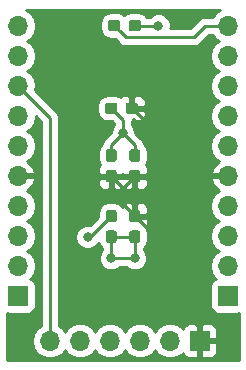
<source format=gtl>
G04 #@! TF.GenerationSoftware,KiCad,Pcbnew,5.0.2-bee76a0~70~ubuntu16.04.1*
G04 #@! TF.CreationDate,2019-03-12T22:28:51+00:00*
G04 #@! TF.ProjectId,project,70726f6a-6563-4742-9e6b-696361645f70,rev?*
G04 #@! TF.SameCoordinates,Original*
G04 #@! TF.FileFunction,Copper,L1,Top*
G04 #@! TF.FilePolarity,Positive*
%FSLAX46Y46*%
G04 Gerber Fmt 4.6, Leading zero omitted, Abs format (unit mm)*
G04 Created by KiCad (PCBNEW 5.0.2-bee76a0~70~ubuntu16.04.1) date Tue 12 Mar 2019 22:28:51 GMT*
%MOMM*%
%LPD*%
G01*
G04 APERTURE LIST*
G04 #@! TA.AperFunction,Conductor*
%ADD10C,0.100000*%
G04 #@! TD*
G04 #@! TA.AperFunction,SMDPad,CuDef*
%ADD11C,0.950000*%
G04 #@! TD*
G04 #@! TA.AperFunction,ComponentPad*
%ADD12R,1.700000X1.700000*%
G04 #@! TD*
G04 #@! TA.AperFunction,ComponentPad*
%ADD13O,1.700000X1.700000*%
G04 #@! TD*
G04 #@! TA.AperFunction,ViaPad*
%ADD14C,0.800000*%
G04 #@! TD*
G04 #@! TA.AperFunction,Conductor*
%ADD15C,0.250000*%
G04 #@! TD*
G04 #@! TA.AperFunction,Conductor*
%ADD16C,0.254000*%
G04 #@! TD*
G04 APERTURE END LIST*
D10*
G04 #@! TO.N,GND*
G04 #@! TO.C,C1*
G36*
X156239183Y-97120383D02*
X156262238Y-97123802D01*
X156284847Y-97129466D01*
X156306791Y-97137318D01*
X156327861Y-97147283D01*
X156347852Y-97159265D01*
X156366572Y-97173149D01*
X156383842Y-97188801D01*
X156399494Y-97206071D01*
X156413378Y-97224791D01*
X156425360Y-97244782D01*
X156435325Y-97265852D01*
X156443177Y-97287796D01*
X156448841Y-97310405D01*
X156452260Y-97333460D01*
X156453404Y-97356739D01*
X156453404Y-97831739D01*
X156452260Y-97855018D01*
X156448841Y-97878073D01*
X156443177Y-97900682D01*
X156435325Y-97922626D01*
X156425360Y-97943696D01*
X156413378Y-97963687D01*
X156399494Y-97982407D01*
X156383842Y-97999677D01*
X156366572Y-98015329D01*
X156347852Y-98029213D01*
X156327861Y-98041195D01*
X156306791Y-98051160D01*
X156284847Y-98059012D01*
X156262238Y-98064676D01*
X156239183Y-98068095D01*
X156215904Y-98069239D01*
X155640904Y-98069239D01*
X155617625Y-98068095D01*
X155594570Y-98064676D01*
X155571961Y-98059012D01*
X155550017Y-98051160D01*
X155528947Y-98041195D01*
X155508956Y-98029213D01*
X155490236Y-98015329D01*
X155472966Y-97999677D01*
X155457314Y-97982407D01*
X155443430Y-97963687D01*
X155431448Y-97943696D01*
X155421483Y-97922626D01*
X155413631Y-97900682D01*
X155407967Y-97878073D01*
X155404548Y-97855018D01*
X155403404Y-97831739D01*
X155403404Y-97356739D01*
X155404548Y-97333460D01*
X155407967Y-97310405D01*
X155413631Y-97287796D01*
X155421483Y-97265852D01*
X155431448Y-97244782D01*
X155443430Y-97224791D01*
X155457314Y-97206071D01*
X155472966Y-97188801D01*
X155490236Y-97173149D01*
X155508956Y-97159265D01*
X155528947Y-97147283D01*
X155550017Y-97137318D01*
X155571961Y-97129466D01*
X155594570Y-97123802D01*
X155617625Y-97120383D01*
X155640904Y-97119239D01*
X156215904Y-97119239D01*
X156239183Y-97120383D01*
X156239183Y-97120383D01*
G37*
D11*
G04 #@! TD*
G04 #@! TO.P,C1,2*
G04 #@! TO.N,GND*
X155928404Y-97594239D03*
D10*
G04 #@! TO.N,+3V3*
G04 #@! TO.C,C1*
G36*
X157989183Y-97120383D02*
X158012238Y-97123802D01*
X158034847Y-97129466D01*
X158056791Y-97137318D01*
X158077861Y-97147283D01*
X158097852Y-97159265D01*
X158116572Y-97173149D01*
X158133842Y-97188801D01*
X158149494Y-97206071D01*
X158163378Y-97224791D01*
X158175360Y-97244782D01*
X158185325Y-97265852D01*
X158193177Y-97287796D01*
X158198841Y-97310405D01*
X158202260Y-97333460D01*
X158203404Y-97356739D01*
X158203404Y-97831739D01*
X158202260Y-97855018D01*
X158198841Y-97878073D01*
X158193177Y-97900682D01*
X158185325Y-97922626D01*
X158175360Y-97943696D01*
X158163378Y-97963687D01*
X158149494Y-97982407D01*
X158133842Y-97999677D01*
X158116572Y-98015329D01*
X158097852Y-98029213D01*
X158077861Y-98041195D01*
X158056791Y-98051160D01*
X158034847Y-98059012D01*
X158012238Y-98064676D01*
X157989183Y-98068095D01*
X157965904Y-98069239D01*
X157390904Y-98069239D01*
X157367625Y-98068095D01*
X157344570Y-98064676D01*
X157321961Y-98059012D01*
X157300017Y-98051160D01*
X157278947Y-98041195D01*
X157258956Y-98029213D01*
X157240236Y-98015329D01*
X157222966Y-97999677D01*
X157207314Y-97982407D01*
X157193430Y-97963687D01*
X157181448Y-97943696D01*
X157171483Y-97922626D01*
X157163631Y-97900682D01*
X157157967Y-97878073D01*
X157154548Y-97855018D01*
X157153404Y-97831739D01*
X157153404Y-97356739D01*
X157154548Y-97333460D01*
X157157967Y-97310405D01*
X157163631Y-97287796D01*
X157171483Y-97265852D01*
X157181448Y-97244782D01*
X157193430Y-97224791D01*
X157207314Y-97206071D01*
X157222966Y-97188801D01*
X157240236Y-97173149D01*
X157258956Y-97159265D01*
X157278947Y-97147283D01*
X157300017Y-97137318D01*
X157321961Y-97129466D01*
X157344570Y-97123802D01*
X157367625Y-97120383D01*
X157390904Y-97119239D01*
X157965904Y-97119239D01*
X157989183Y-97120383D01*
X157989183Y-97120383D01*
G37*
D11*
G04 #@! TD*
G04 #@! TO.P,C1,1*
G04 #@! TO.N,+3V3*
X157678404Y-97594239D03*
D10*
G04 #@! TO.N,+3V3*
G04 #@! TO.C,C2*
G36*
X158179183Y-102825383D02*
X158202238Y-102828802D01*
X158224847Y-102834466D01*
X158246791Y-102842318D01*
X158267861Y-102852283D01*
X158287852Y-102864265D01*
X158306572Y-102878149D01*
X158323842Y-102893801D01*
X158339494Y-102911071D01*
X158353378Y-102929791D01*
X158365360Y-102949782D01*
X158375325Y-102970852D01*
X158383177Y-102992796D01*
X158388841Y-103015405D01*
X158392260Y-103038460D01*
X158393404Y-103061739D01*
X158393404Y-103636739D01*
X158392260Y-103660018D01*
X158388841Y-103683073D01*
X158383177Y-103705682D01*
X158375325Y-103727626D01*
X158365360Y-103748696D01*
X158353378Y-103768687D01*
X158339494Y-103787407D01*
X158323842Y-103804677D01*
X158306572Y-103820329D01*
X158287852Y-103834213D01*
X158267861Y-103846195D01*
X158246791Y-103856160D01*
X158224847Y-103864012D01*
X158202238Y-103869676D01*
X158179183Y-103873095D01*
X158155904Y-103874239D01*
X157680904Y-103874239D01*
X157657625Y-103873095D01*
X157634570Y-103869676D01*
X157611961Y-103864012D01*
X157590017Y-103856160D01*
X157568947Y-103846195D01*
X157548956Y-103834213D01*
X157530236Y-103820329D01*
X157512966Y-103804677D01*
X157497314Y-103787407D01*
X157483430Y-103768687D01*
X157471448Y-103748696D01*
X157461483Y-103727626D01*
X157453631Y-103705682D01*
X157447967Y-103683073D01*
X157444548Y-103660018D01*
X157443404Y-103636739D01*
X157443404Y-103061739D01*
X157444548Y-103038460D01*
X157447967Y-103015405D01*
X157453631Y-102992796D01*
X157461483Y-102970852D01*
X157471448Y-102949782D01*
X157483430Y-102929791D01*
X157497314Y-102911071D01*
X157512966Y-102893801D01*
X157530236Y-102878149D01*
X157548956Y-102864265D01*
X157568947Y-102852283D01*
X157590017Y-102842318D01*
X157611961Y-102834466D01*
X157634570Y-102828802D01*
X157657625Y-102825383D01*
X157680904Y-102824239D01*
X158155904Y-102824239D01*
X158179183Y-102825383D01*
X158179183Y-102825383D01*
G37*
D11*
G04 #@! TD*
G04 #@! TO.P,C2,1*
G04 #@! TO.N,+3V3*
X157918404Y-103349239D03*
D10*
G04 #@! TO.N,GND*
G04 #@! TO.C,C2*
G36*
X158179183Y-101075383D02*
X158202238Y-101078802D01*
X158224847Y-101084466D01*
X158246791Y-101092318D01*
X158267861Y-101102283D01*
X158287852Y-101114265D01*
X158306572Y-101128149D01*
X158323842Y-101143801D01*
X158339494Y-101161071D01*
X158353378Y-101179791D01*
X158365360Y-101199782D01*
X158375325Y-101220852D01*
X158383177Y-101242796D01*
X158388841Y-101265405D01*
X158392260Y-101288460D01*
X158393404Y-101311739D01*
X158393404Y-101886739D01*
X158392260Y-101910018D01*
X158388841Y-101933073D01*
X158383177Y-101955682D01*
X158375325Y-101977626D01*
X158365360Y-101998696D01*
X158353378Y-102018687D01*
X158339494Y-102037407D01*
X158323842Y-102054677D01*
X158306572Y-102070329D01*
X158287852Y-102084213D01*
X158267861Y-102096195D01*
X158246791Y-102106160D01*
X158224847Y-102114012D01*
X158202238Y-102119676D01*
X158179183Y-102123095D01*
X158155904Y-102124239D01*
X157680904Y-102124239D01*
X157657625Y-102123095D01*
X157634570Y-102119676D01*
X157611961Y-102114012D01*
X157590017Y-102106160D01*
X157568947Y-102096195D01*
X157548956Y-102084213D01*
X157530236Y-102070329D01*
X157512966Y-102054677D01*
X157497314Y-102037407D01*
X157483430Y-102018687D01*
X157471448Y-101998696D01*
X157461483Y-101977626D01*
X157453631Y-101955682D01*
X157447967Y-101933073D01*
X157444548Y-101910018D01*
X157443404Y-101886739D01*
X157443404Y-101311739D01*
X157444548Y-101288460D01*
X157447967Y-101265405D01*
X157453631Y-101242796D01*
X157461483Y-101220852D01*
X157471448Y-101199782D01*
X157483430Y-101179791D01*
X157497314Y-101161071D01*
X157512966Y-101143801D01*
X157530236Y-101128149D01*
X157548956Y-101114265D01*
X157568947Y-101102283D01*
X157590017Y-101092318D01*
X157611961Y-101084466D01*
X157634570Y-101078802D01*
X157657625Y-101075383D01*
X157680904Y-101074239D01*
X158155904Y-101074239D01*
X158179183Y-101075383D01*
X158179183Y-101075383D01*
G37*
D11*
G04 #@! TD*
G04 #@! TO.P,C2,2*
G04 #@! TO.N,GND*
X157918404Y-101599239D03*
D10*
G04 #@! TO.N,GND*
G04 #@! TO.C,C3*
G36*
X156189183Y-101070383D02*
X156212238Y-101073802D01*
X156234847Y-101079466D01*
X156256791Y-101087318D01*
X156277861Y-101097283D01*
X156297852Y-101109265D01*
X156316572Y-101123149D01*
X156333842Y-101138801D01*
X156349494Y-101156071D01*
X156363378Y-101174791D01*
X156375360Y-101194782D01*
X156385325Y-101215852D01*
X156393177Y-101237796D01*
X156398841Y-101260405D01*
X156402260Y-101283460D01*
X156403404Y-101306739D01*
X156403404Y-101881739D01*
X156402260Y-101905018D01*
X156398841Y-101928073D01*
X156393177Y-101950682D01*
X156385325Y-101972626D01*
X156375360Y-101993696D01*
X156363378Y-102013687D01*
X156349494Y-102032407D01*
X156333842Y-102049677D01*
X156316572Y-102065329D01*
X156297852Y-102079213D01*
X156277861Y-102091195D01*
X156256791Y-102101160D01*
X156234847Y-102109012D01*
X156212238Y-102114676D01*
X156189183Y-102118095D01*
X156165904Y-102119239D01*
X155690904Y-102119239D01*
X155667625Y-102118095D01*
X155644570Y-102114676D01*
X155621961Y-102109012D01*
X155600017Y-102101160D01*
X155578947Y-102091195D01*
X155558956Y-102079213D01*
X155540236Y-102065329D01*
X155522966Y-102049677D01*
X155507314Y-102032407D01*
X155493430Y-102013687D01*
X155481448Y-101993696D01*
X155471483Y-101972626D01*
X155463631Y-101950682D01*
X155457967Y-101928073D01*
X155454548Y-101905018D01*
X155453404Y-101881739D01*
X155453404Y-101306739D01*
X155454548Y-101283460D01*
X155457967Y-101260405D01*
X155463631Y-101237796D01*
X155471483Y-101215852D01*
X155481448Y-101194782D01*
X155493430Y-101174791D01*
X155507314Y-101156071D01*
X155522966Y-101138801D01*
X155540236Y-101123149D01*
X155558956Y-101109265D01*
X155578947Y-101097283D01*
X155600017Y-101087318D01*
X155621961Y-101079466D01*
X155644570Y-101073802D01*
X155667625Y-101070383D01*
X155690904Y-101069239D01*
X156165904Y-101069239D01*
X156189183Y-101070383D01*
X156189183Y-101070383D01*
G37*
D11*
G04 #@! TD*
G04 #@! TO.P,C3,2*
G04 #@! TO.N,GND*
X155928404Y-101594239D03*
D10*
G04 #@! TO.N,+3V3*
G04 #@! TO.C,C3*
G36*
X156189183Y-102820383D02*
X156212238Y-102823802D01*
X156234847Y-102829466D01*
X156256791Y-102837318D01*
X156277861Y-102847283D01*
X156297852Y-102859265D01*
X156316572Y-102873149D01*
X156333842Y-102888801D01*
X156349494Y-102906071D01*
X156363378Y-102924791D01*
X156375360Y-102944782D01*
X156385325Y-102965852D01*
X156393177Y-102987796D01*
X156398841Y-103010405D01*
X156402260Y-103033460D01*
X156403404Y-103056739D01*
X156403404Y-103631739D01*
X156402260Y-103655018D01*
X156398841Y-103678073D01*
X156393177Y-103700682D01*
X156385325Y-103722626D01*
X156375360Y-103743696D01*
X156363378Y-103763687D01*
X156349494Y-103782407D01*
X156333842Y-103799677D01*
X156316572Y-103815329D01*
X156297852Y-103829213D01*
X156277861Y-103841195D01*
X156256791Y-103851160D01*
X156234847Y-103859012D01*
X156212238Y-103864676D01*
X156189183Y-103868095D01*
X156165904Y-103869239D01*
X155690904Y-103869239D01*
X155667625Y-103868095D01*
X155644570Y-103864676D01*
X155621961Y-103859012D01*
X155600017Y-103851160D01*
X155578947Y-103841195D01*
X155558956Y-103829213D01*
X155540236Y-103815329D01*
X155522966Y-103799677D01*
X155507314Y-103782407D01*
X155493430Y-103763687D01*
X155481448Y-103743696D01*
X155471483Y-103722626D01*
X155463631Y-103700682D01*
X155457967Y-103678073D01*
X155454548Y-103655018D01*
X155453404Y-103631739D01*
X155453404Y-103056739D01*
X155454548Y-103033460D01*
X155457967Y-103010405D01*
X155463631Y-102987796D01*
X155471483Y-102965852D01*
X155481448Y-102944782D01*
X155493430Y-102924791D01*
X155507314Y-102906071D01*
X155522966Y-102888801D01*
X155540236Y-102873149D01*
X155558956Y-102859265D01*
X155578947Y-102847283D01*
X155600017Y-102837318D01*
X155621961Y-102829466D01*
X155644570Y-102823802D01*
X155667625Y-102820383D01*
X155690904Y-102819239D01*
X156165904Y-102819239D01*
X156189183Y-102820383D01*
X156189183Y-102820383D01*
G37*
D11*
G04 #@! TD*
G04 #@! TO.P,C3,1*
G04 #@! TO.N,+3V3*
X155928404Y-103344239D03*
D10*
G04 #@! TO.N,+3V3*
G04 #@! TO.C,C4*
G36*
X158189183Y-106195383D02*
X158212238Y-106198802D01*
X158234847Y-106204466D01*
X158256791Y-106212318D01*
X158277861Y-106222283D01*
X158297852Y-106234265D01*
X158316572Y-106248149D01*
X158333842Y-106263801D01*
X158349494Y-106281071D01*
X158363378Y-106299791D01*
X158375360Y-106319782D01*
X158385325Y-106340852D01*
X158393177Y-106362796D01*
X158398841Y-106385405D01*
X158402260Y-106408460D01*
X158403404Y-106431739D01*
X158403404Y-107006739D01*
X158402260Y-107030018D01*
X158398841Y-107053073D01*
X158393177Y-107075682D01*
X158385325Y-107097626D01*
X158375360Y-107118696D01*
X158363378Y-107138687D01*
X158349494Y-107157407D01*
X158333842Y-107174677D01*
X158316572Y-107190329D01*
X158297852Y-107204213D01*
X158277861Y-107216195D01*
X158256791Y-107226160D01*
X158234847Y-107234012D01*
X158212238Y-107239676D01*
X158189183Y-107243095D01*
X158165904Y-107244239D01*
X157690904Y-107244239D01*
X157667625Y-107243095D01*
X157644570Y-107239676D01*
X157621961Y-107234012D01*
X157600017Y-107226160D01*
X157578947Y-107216195D01*
X157558956Y-107204213D01*
X157540236Y-107190329D01*
X157522966Y-107174677D01*
X157507314Y-107157407D01*
X157493430Y-107138687D01*
X157481448Y-107118696D01*
X157471483Y-107097626D01*
X157463631Y-107075682D01*
X157457967Y-107053073D01*
X157454548Y-107030018D01*
X157453404Y-107006739D01*
X157453404Y-106431739D01*
X157454548Y-106408460D01*
X157457967Y-106385405D01*
X157463631Y-106362796D01*
X157471483Y-106340852D01*
X157481448Y-106319782D01*
X157493430Y-106299791D01*
X157507314Y-106281071D01*
X157522966Y-106263801D01*
X157540236Y-106248149D01*
X157558956Y-106234265D01*
X157578947Y-106222283D01*
X157600017Y-106212318D01*
X157621961Y-106204466D01*
X157644570Y-106198802D01*
X157667625Y-106195383D01*
X157690904Y-106194239D01*
X158165904Y-106194239D01*
X158189183Y-106195383D01*
X158189183Y-106195383D01*
G37*
D11*
G04 #@! TD*
G04 #@! TO.P,C4,1*
G04 #@! TO.N,+3V3*
X157928404Y-106719239D03*
D10*
G04 #@! TO.N,GND*
G04 #@! TO.C,C4*
G36*
X158189183Y-107945383D02*
X158212238Y-107948802D01*
X158234847Y-107954466D01*
X158256791Y-107962318D01*
X158277861Y-107972283D01*
X158297852Y-107984265D01*
X158316572Y-107998149D01*
X158333842Y-108013801D01*
X158349494Y-108031071D01*
X158363378Y-108049791D01*
X158375360Y-108069782D01*
X158385325Y-108090852D01*
X158393177Y-108112796D01*
X158398841Y-108135405D01*
X158402260Y-108158460D01*
X158403404Y-108181739D01*
X158403404Y-108756739D01*
X158402260Y-108780018D01*
X158398841Y-108803073D01*
X158393177Y-108825682D01*
X158385325Y-108847626D01*
X158375360Y-108868696D01*
X158363378Y-108888687D01*
X158349494Y-108907407D01*
X158333842Y-108924677D01*
X158316572Y-108940329D01*
X158297852Y-108954213D01*
X158277861Y-108966195D01*
X158256791Y-108976160D01*
X158234847Y-108984012D01*
X158212238Y-108989676D01*
X158189183Y-108993095D01*
X158165904Y-108994239D01*
X157690904Y-108994239D01*
X157667625Y-108993095D01*
X157644570Y-108989676D01*
X157621961Y-108984012D01*
X157600017Y-108976160D01*
X157578947Y-108966195D01*
X157558956Y-108954213D01*
X157540236Y-108940329D01*
X157522966Y-108924677D01*
X157507314Y-108907407D01*
X157493430Y-108888687D01*
X157481448Y-108868696D01*
X157471483Y-108847626D01*
X157463631Y-108825682D01*
X157457967Y-108803073D01*
X157454548Y-108780018D01*
X157453404Y-108756739D01*
X157453404Y-108181739D01*
X157454548Y-108158460D01*
X157457967Y-108135405D01*
X157463631Y-108112796D01*
X157471483Y-108090852D01*
X157481448Y-108069782D01*
X157493430Y-108049791D01*
X157507314Y-108031071D01*
X157522966Y-108013801D01*
X157540236Y-107998149D01*
X157558956Y-107984265D01*
X157578947Y-107972283D01*
X157600017Y-107962318D01*
X157621961Y-107954466D01*
X157644570Y-107948802D01*
X157667625Y-107945383D01*
X157690904Y-107944239D01*
X158165904Y-107944239D01*
X158189183Y-107945383D01*
X158189183Y-107945383D01*
G37*
D11*
G04 #@! TD*
G04 #@! TO.P,C4,2*
G04 #@! TO.N,GND*
X157928404Y-108469239D03*
D12*
G04 #@! TO.P,J1,1*
G04 #@! TO.N,+3V3*
X163438404Y-117294239D03*
D13*
G04 #@! TO.P,J1,2*
G04 #@! TO.N,SWCLK*
X160898404Y-117294239D03*
G04 #@! TO.P,J1,3*
G04 #@! TO.N,GND*
X158358404Y-117294239D03*
G04 #@! TO.P,J1,4*
G04 #@! TO.N,SWDI0*
X155818404Y-117294239D03*
G04 #@! TO.P,J1,5*
G04 #@! TO.N,NRST*
X153278404Y-117294239D03*
G04 #@! TO.P,J1,6*
G04 #@! TO.N,PA2*
X150738404Y-117294239D03*
G04 #@! TD*
D12*
G04 #@! TO.P,J2,1*
G04 #@! TO.N,BOOT0*
X148038404Y-113484239D03*
D13*
G04 #@! TO.P,J2,2*
G04 #@! TO.N,PC14*
X148038404Y-110944239D03*
G04 #@! TO.P,J2,3*
G04 #@! TO.N,PC15*
X148038404Y-108404239D03*
G04 #@! TO.P,J2,4*
G04 #@! TO.N,NRST*
X148038404Y-105864239D03*
G04 #@! TO.P,J2,5*
G04 #@! TO.N,+3V3*
X148038404Y-103324239D03*
G04 #@! TO.P,J2,6*
G04 #@! TO.N,PA0*
X148038404Y-100784239D03*
G04 #@! TO.P,J2,7*
G04 #@! TO.N,PA1*
X148038404Y-98244239D03*
G04 #@! TO.P,J2,8*
G04 #@! TO.N,PA2*
X148038404Y-95704239D03*
G04 #@! TO.P,J2,9*
G04 #@! TO.N,PA3*
X148038404Y-93164239D03*
G04 #@! TO.P,J2,10*
G04 #@! TO.N,PA4*
X148038404Y-90624239D03*
G04 #@! TD*
G04 #@! TO.P,J3,10*
G04 #@! TO.N,PA5*
X165818404Y-90624239D03*
G04 #@! TO.P,J3,9*
G04 #@! TO.N,PA6*
X165818404Y-93164239D03*
G04 #@! TO.P,J3,8*
G04 #@! TO.N,PA7*
X165818404Y-95704239D03*
G04 #@! TO.P,J3,7*
G04 #@! TO.N,PB1*
X165818404Y-98244239D03*
G04 #@! TO.P,J3,6*
G04 #@! TO.N,GND*
X165818404Y-100784239D03*
G04 #@! TO.P,J3,5*
G04 #@! TO.N,+3V3*
X165818404Y-103324239D03*
G04 #@! TO.P,J3,4*
G04 #@! TO.N,PA9*
X165818404Y-105864239D03*
G04 #@! TO.P,J3,3*
G04 #@! TO.N,PA10*
X165818404Y-108404239D03*
G04 #@! TO.P,J3,2*
G04 #@! TO.N,SWDI0*
X165818404Y-110944239D03*
D12*
G04 #@! TO.P,J3,1*
G04 #@! TO.N,SWCLK*
X165818404Y-113484239D03*
G04 #@! TD*
D10*
G04 #@! TO.N,BOOT0*
G04 #@! TO.C,R1*
G36*
X156189183Y-106195383D02*
X156212238Y-106198802D01*
X156234847Y-106204466D01*
X156256791Y-106212318D01*
X156277861Y-106222283D01*
X156297852Y-106234265D01*
X156316572Y-106248149D01*
X156333842Y-106263801D01*
X156349494Y-106281071D01*
X156363378Y-106299791D01*
X156375360Y-106319782D01*
X156385325Y-106340852D01*
X156393177Y-106362796D01*
X156398841Y-106385405D01*
X156402260Y-106408460D01*
X156403404Y-106431739D01*
X156403404Y-107006739D01*
X156402260Y-107030018D01*
X156398841Y-107053073D01*
X156393177Y-107075682D01*
X156385325Y-107097626D01*
X156375360Y-107118696D01*
X156363378Y-107138687D01*
X156349494Y-107157407D01*
X156333842Y-107174677D01*
X156316572Y-107190329D01*
X156297852Y-107204213D01*
X156277861Y-107216195D01*
X156256791Y-107226160D01*
X156234847Y-107234012D01*
X156212238Y-107239676D01*
X156189183Y-107243095D01*
X156165904Y-107244239D01*
X155690904Y-107244239D01*
X155667625Y-107243095D01*
X155644570Y-107239676D01*
X155621961Y-107234012D01*
X155600017Y-107226160D01*
X155578947Y-107216195D01*
X155558956Y-107204213D01*
X155540236Y-107190329D01*
X155522966Y-107174677D01*
X155507314Y-107157407D01*
X155493430Y-107138687D01*
X155481448Y-107118696D01*
X155471483Y-107097626D01*
X155463631Y-107075682D01*
X155457967Y-107053073D01*
X155454548Y-107030018D01*
X155453404Y-107006739D01*
X155453404Y-106431739D01*
X155454548Y-106408460D01*
X155457967Y-106385405D01*
X155463631Y-106362796D01*
X155471483Y-106340852D01*
X155481448Y-106319782D01*
X155493430Y-106299791D01*
X155507314Y-106281071D01*
X155522966Y-106263801D01*
X155540236Y-106248149D01*
X155558956Y-106234265D01*
X155578947Y-106222283D01*
X155600017Y-106212318D01*
X155621961Y-106204466D01*
X155644570Y-106198802D01*
X155667625Y-106195383D01*
X155690904Y-106194239D01*
X156165904Y-106194239D01*
X156189183Y-106195383D01*
X156189183Y-106195383D01*
G37*
D11*
G04 #@! TD*
G04 #@! TO.P,R1,1*
G04 #@! TO.N,BOOT0*
X155928404Y-106719239D03*
D10*
G04 #@! TO.N,GND*
G04 #@! TO.C,R1*
G36*
X156189183Y-107945383D02*
X156212238Y-107948802D01*
X156234847Y-107954466D01*
X156256791Y-107962318D01*
X156277861Y-107972283D01*
X156297852Y-107984265D01*
X156316572Y-107998149D01*
X156333842Y-108013801D01*
X156349494Y-108031071D01*
X156363378Y-108049791D01*
X156375360Y-108069782D01*
X156385325Y-108090852D01*
X156393177Y-108112796D01*
X156398841Y-108135405D01*
X156402260Y-108158460D01*
X156403404Y-108181739D01*
X156403404Y-108756739D01*
X156402260Y-108780018D01*
X156398841Y-108803073D01*
X156393177Y-108825682D01*
X156385325Y-108847626D01*
X156375360Y-108868696D01*
X156363378Y-108888687D01*
X156349494Y-108907407D01*
X156333842Y-108924677D01*
X156316572Y-108940329D01*
X156297852Y-108954213D01*
X156277861Y-108966195D01*
X156256791Y-108976160D01*
X156234847Y-108984012D01*
X156212238Y-108989676D01*
X156189183Y-108993095D01*
X156165904Y-108994239D01*
X155690904Y-108994239D01*
X155667625Y-108993095D01*
X155644570Y-108989676D01*
X155621961Y-108984012D01*
X155600017Y-108976160D01*
X155578947Y-108966195D01*
X155558956Y-108954213D01*
X155540236Y-108940329D01*
X155522966Y-108924677D01*
X155507314Y-108907407D01*
X155493430Y-108888687D01*
X155481448Y-108868696D01*
X155471483Y-108847626D01*
X155463631Y-108825682D01*
X155457967Y-108803073D01*
X155454548Y-108780018D01*
X155453404Y-108756739D01*
X155453404Y-108181739D01*
X155454548Y-108158460D01*
X155457967Y-108135405D01*
X155463631Y-108112796D01*
X155471483Y-108090852D01*
X155481448Y-108069782D01*
X155493430Y-108049791D01*
X155507314Y-108031071D01*
X155522966Y-108013801D01*
X155540236Y-107998149D01*
X155558956Y-107984265D01*
X155578947Y-107972283D01*
X155600017Y-107962318D01*
X155621961Y-107954466D01*
X155644570Y-107948802D01*
X155667625Y-107945383D01*
X155690904Y-107944239D01*
X156165904Y-107944239D01*
X156189183Y-107945383D01*
X156189183Y-107945383D01*
G37*
D11*
G04 #@! TD*
G04 #@! TO.P,R1,2*
G04 #@! TO.N,GND*
X155928404Y-108469239D03*
D10*
G04 #@! TO.N,PA5*
G04 #@! TO.C,R2*
G36*
X156489183Y-90120383D02*
X156512238Y-90123802D01*
X156534847Y-90129466D01*
X156556791Y-90137318D01*
X156577861Y-90147283D01*
X156597852Y-90159265D01*
X156616572Y-90173149D01*
X156633842Y-90188801D01*
X156649494Y-90206071D01*
X156663378Y-90224791D01*
X156675360Y-90244782D01*
X156685325Y-90265852D01*
X156693177Y-90287796D01*
X156698841Y-90310405D01*
X156702260Y-90333460D01*
X156703404Y-90356739D01*
X156703404Y-90831739D01*
X156702260Y-90855018D01*
X156698841Y-90878073D01*
X156693177Y-90900682D01*
X156685325Y-90922626D01*
X156675360Y-90943696D01*
X156663378Y-90963687D01*
X156649494Y-90982407D01*
X156633842Y-90999677D01*
X156616572Y-91015329D01*
X156597852Y-91029213D01*
X156577861Y-91041195D01*
X156556791Y-91051160D01*
X156534847Y-91059012D01*
X156512238Y-91064676D01*
X156489183Y-91068095D01*
X156465904Y-91069239D01*
X155890904Y-91069239D01*
X155867625Y-91068095D01*
X155844570Y-91064676D01*
X155821961Y-91059012D01*
X155800017Y-91051160D01*
X155778947Y-91041195D01*
X155758956Y-91029213D01*
X155740236Y-91015329D01*
X155722966Y-90999677D01*
X155707314Y-90982407D01*
X155693430Y-90963687D01*
X155681448Y-90943696D01*
X155671483Y-90922626D01*
X155663631Y-90900682D01*
X155657967Y-90878073D01*
X155654548Y-90855018D01*
X155653404Y-90831739D01*
X155653404Y-90356739D01*
X155654548Y-90333460D01*
X155657967Y-90310405D01*
X155663631Y-90287796D01*
X155671483Y-90265852D01*
X155681448Y-90244782D01*
X155693430Y-90224791D01*
X155707314Y-90206071D01*
X155722966Y-90188801D01*
X155740236Y-90173149D01*
X155758956Y-90159265D01*
X155778947Y-90147283D01*
X155800017Y-90137318D01*
X155821961Y-90129466D01*
X155844570Y-90123802D01*
X155867625Y-90120383D01*
X155890904Y-90119239D01*
X156465904Y-90119239D01*
X156489183Y-90120383D01*
X156489183Y-90120383D01*
G37*
D11*
G04 #@! TD*
G04 #@! TO.P,R2,1*
G04 #@! TO.N,PA5*
X156178404Y-90594239D03*
D10*
G04 #@! TO.N,Net-(D1-Pad2)*
G04 #@! TO.C,R2*
G36*
X158239183Y-90120383D02*
X158262238Y-90123802D01*
X158284847Y-90129466D01*
X158306791Y-90137318D01*
X158327861Y-90147283D01*
X158347852Y-90159265D01*
X158366572Y-90173149D01*
X158383842Y-90188801D01*
X158399494Y-90206071D01*
X158413378Y-90224791D01*
X158425360Y-90244782D01*
X158435325Y-90265852D01*
X158443177Y-90287796D01*
X158448841Y-90310405D01*
X158452260Y-90333460D01*
X158453404Y-90356739D01*
X158453404Y-90831739D01*
X158452260Y-90855018D01*
X158448841Y-90878073D01*
X158443177Y-90900682D01*
X158435325Y-90922626D01*
X158425360Y-90943696D01*
X158413378Y-90963687D01*
X158399494Y-90982407D01*
X158383842Y-90999677D01*
X158366572Y-91015329D01*
X158347852Y-91029213D01*
X158327861Y-91041195D01*
X158306791Y-91051160D01*
X158284847Y-91059012D01*
X158262238Y-91064676D01*
X158239183Y-91068095D01*
X158215904Y-91069239D01*
X157640904Y-91069239D01*
X157617625Y-91068095D01*
X157594570Y-91064676D01*
X157571961Y-91059012D01*
X157550017Y-91051160D01*
X157528947Y-91041195D01*
X157508956Y-91029213D01*
X157490236Y-91015329D01*
X157472966Y-90999677D01*
X157457314Y-90982407D01*
X157443430Y-90963687D01*
X157431448Y-90943696D01*
X157421483Y-90922626D01*
X157413631Y-90900682D01*
X157407967Y-90878073D01*
X157404548Y-90855018D01*
X157403404Y-90831739D01*
X157403404Y-90356739D01*
X157404548Y-90333460D01*
X157407967Y-90310405D01*
X157413631Y-90287796D01*
X157421483Y-90265852D01*
X157431448Y-90244782D01*
X157443430Y-90224791D01*
X157457314Y-90206071D01*
X157472966Y-90188801D01*
X157490236Y-90173149D01*
X157508956Y-90159265D01*
X157528947Y-90147283D01*
X157550017Y-90137318D01*
X157571961Y-90129466D01*
X157594570Y-90123802D01*
X157617625Y-90120383D01*
X157640904Y-90119239D01*
X158215904Y-90119239D01*
X158239183Y-90120383D01*
X158239183Y-90120383D01*
G37*
D11*
G04 #@! TD*
G04 #@! TO.P,R2,2*
G04 #@! TO.N,Net-(D1-Pad2)*
X157928404Y-90594239D03*
D14*
G04 #@! TO.N,GND*
X157928404Y-110294239D03*
X156928404Y-99694239D03*
X155928404Y-110294239D03*
G04 #@! TO.N,+3V3*
X155828404Y-104994239D03*
X158028404Y-104994239D03*
G04 #@! TO.N,Net-(D1-Pad2)*
X159928404Y-90594239D03*
G04 #@! TO.N,BOOT0*
X153928404Y-108494239D03*
G04 #@! TD*
D15*
G04 #@! TO.N,GND*
X157928404Y-108469239D02*
X157928404Y-110294239D01*
X157928404Y-108469239D02*
X155928404Y-108469239D01*
X155928404Y-100694239D02*
X156928404Y-99694239D01*
X155928404Y-101594239D02*
X155928404Y-100694239D01*
X157918404Y-100684239D02*
X156928404Y-99694239D01*
X157918404Y-101599239D02*
X157918404Y-100684239D01*
X156928404Y-98594239D02*
X155928404Y-97594239D01*
X156928404Y-99694239D02*
X156928404Y-98594239D01*
X157928404Y-110294239D02*
X156028404Y-110294239D01*
X155928404Y-110294239D02*
X155928404Y-108469239D01*
G04 #@! TO.N,+3V3*
X155928404Y-103344239D02*
X156928404Y-104344239D01*
X157918404Y-103349239D02*
X156928404Y-104339239D01*
X156928404Y-104344239D02*
X156928404Y-104928554D01*
X156928404Y-104339239D02*
X156928404Y-104928554D01*
X156928404Y-104928554D02*
X156928404Y-105594231D01*
X156928404Y-105719239D02*
X156928404Y-105594231D01*
X157928404Y-106719239D02*
X156928404Y-105719239D01*
X155828404Y-103444239D02*
X155928404Y-103344239D01*
X155828404Y-104994239D02*
X155828404Y-103444239D01*
X158028404Y-103459239D02*
X157918404Y-103349239D01*
X158028404Y-104994239D02*
X158028404Y-103459239D01*
X163438404Y-116194239D02*
X159828404Y-112584239D01*
X163438404Y-117294239D02*
X163438404Y-116194239D01*
X159828404Y-108619239D02*
X157928404Y-106719239D01*
X159828404Y-112584239D02*
X159828404Y-108619239D01*
X159828404Y-99744239D02*
X157678404Y-97594239D01*
X159828404Y-108619239D02*
X159828404Y-99744239D01*
X163408404Y-103324239D02*
X157678404Y-97594239D01*
X165818404Y-103324239D02*
X163408404Y-103324239D01*
G04 #@! TO.N,Net-(D1-Pad2)*
X157928404Y-90594239D02*
X159928404Y-90594239D01*
G04 #@! TO.N,PA2*
X150738404Y-98404239D02*
X150738404Y-117294239D01*
X148038404Y-95704239D02*
X150738404Y-98404239D01*
G04 #@! TO.N,BOOT0*
X154153404Y-108494239D02*
X153928404Y-108494239D01*
X155928404Y-106719239D02*
X154153404Y-108494239D01*
G04 #@! TO.N,PA5*
X156677476Y-91093311D02*
X156178404Y-90594239D01*
X165818404Y-90624239D02*
X163898404Y-90624239D01*
X163898404Y-90624239D02*
X162928404Y-91594239D01*
X157178404Y-91594239D02*
X156677476Y-91093311D01*
X162928404Y-91594239D02*
X157178404Y-91594239D01*
G04 #@! TD*
D16*
G04 #@! TO.N,+3V3*
G36*
X164747779Y-89553614D02*
X164540226Y-89864239D01*
X163973250Y-89864239D01*
X163898403Y-89849351D01*
X163823556Y-89864239D01*
X163823552Y-89864239D01*
X163601867Y-89908335D01*
X163350475Y-90076310D01*
X163308075Y-90139766D01*
X162613603Y-90834239D01*
X160949269Y-90834239D01*
X160963404Y-90800113D01*
X160963404Y-90388365D01*
X160805835Y-90007959D01*
X160514684Y-89716808D01*
X160134278Y-89559239D01*
X159722530Y-89559239D01*
X159342124Y-89716808D01*
X159224693Y-89834239D01*
X158910639Y-89834239D01*
X158841651Y-89730992D01*
X158554556Y-89539161D01*
X158215904Y-89471799D01*
X157640904Y-89471799D01*
X157302252Y-89539161D01*
X157053404Y-89705436D01*
X156804556Y-89539161D01*
X156465904Y-89471799D01*
X155890904Y-89471799D01*
X155552252Y-89539161D01*
X155265157Y-89730992D01*
X155073326Y-90018087D01*
X155005964Y-90356739D01*
X155005964Y-90831739D01*
X155073326Y-91170391D01*
X155265157Y-91457486D01*
X155552252Y-91649317D01*
X155890904Y-91716679D01*
X156226043Y-91716679D01*
X156588075Y-92078711D01*
X156630475Y-92142168D01*
X156881867Y-92310143D01*
X157103552Y-92354239D01*
X157103556Y-92354239D01*
X157178403Y-92369127D01*
X157253250Y-92354239D01*
X162853557Y-92354239D01*
X162928404Y-92369127D01*
X163003251Y-92354239D01*
X163003256Y-92354239D01*
X163224941Y-92310143D01*
X163476333Y-92142168D01*
X163518735Y-92078709D01*
X164213206Y-91384239D01*
X164540226Y-91384239D01*
X164747779Y-91694864D01*
X165046165Y-91894239D01*
X164747779Y-92093614D01*
X164419565Y-92584821D01*
X164304312Y-93164239D01*
X164419565Y-93743657D01*
X164747779Y-94234864D01*
X165046165Y-94434239D01*
X164747779Y-94633614D01*
X164419565Y-95124821D01*
X164304312Y-95704239D01*
X164419565Y-96283657D01*
X164747779Y-96774864D01*
X165046165Y-96974239D01*
X164747779Y-97173614D01*
X164419565Y-97664821D01*
X164304312Y-98244239D01*
X164419565Y-98823657D01*
X164747779Y-99314864D01*
X165046165Y-99514239D01*
X164747779Y-99713614D01*
X164419565Y-100204821D01*
X164304312Y-100784239D01*
X164419565Y-101363657D01*
X164747779Y-101854864D01*
X165066882Y-102068082D01*
X164937046Y-102129056D01*
X164546759Y-102557315D01*
X164376928Y-102967349D01*
X164498249Y-103197239D01*
X165691404Y-103197239D01*
X165691404Y-103177239D01*
X165945404Y-103177239D01*
X165945404Y-103197239D01*
X165965404Y-103197239D01*
X165965404Y-103451239D01*
X165945404Y-103451239D01*
X165945404Y-103471239D01*
X165691404Y-103471239D01*
X165691404Y-103451239D01*
X164498249Y-103451239D01*
X164376928Y-103681129D01*
X164546759Y-104091163D01*
X164937046Y-104519422D01*
X165066882Y-104580396D01*
X164747779Y-104793614D01*
X164419565Y-105284821D01*
X164304312Y-105864239D01*
X164419565Y-106443657D01*
X164747779Y-106934864D01*
X165046165Y-107134239D01*
X164747779Y-107333614D01*
X164419565Y-107824821D01*
X164304312Y-108404239D01*
X164419565Y-108983657D01*
X164747779Y-109474864D01*
X165046165Y-109674239D01*
X164747779Y-109873614D01*
X164419565Y-110364821D01*
X164304312Y-110944239D01*
X164419565Y-111523657D01*
X164747779Y-112014864D01*
X164766023Y-112027055D01*
X164720639Y-112036082D01*
X164510595Y-112176430D01*
X164370247Y-112386474D01*
X164320964Y-112634239D01*
X164320964Y-114334239D01*
X164370247Y-114582004D01*
X164510595Y-114792048D01*
X164720639Y-114932396D01*
X164968404Y-114981679D01*
X166668404Y-114981679D01*
X166718405Y-114971733D01*
X166718405Y-118884239D01*
X147138404Y-118884239D01*
X147138404Y-114971733D01*
X147188404Y-114981679D01*
X148888404Y-114981679D01*
X149136169Y-114932396D01*
X149346213Y-114792048D01*
X149486561Y-114582004D01*
X149535844Y-114334239D01*
X149535844Y-112634239D01*
X149486561Y-112386474D01*
X149346213Y-112176430D01*
X149136169Y-112036082D01*
X149090785Y-112027055D01*
X149109029Y-112014864D01*
X149437243Y-111523657D01*
X149552496Y-110944239D01*
X149437243Y-110364821D01*
X149109029Y-109873614D01*
X148810643Y-109674239D01*
X149109029Y-109474864D01*
X149437243Y-108983657D01*
X149552496Y-108404239D01*
X149437243Y-107824821D01*
X149109029Y-107333614D01*
X148810643Y-107134239D01*
X149109029Y-106934864D01*
X149437243Y-106443657D01*
X149552496Y-105864239D01*
X149437243Y-105284821D01*
X149109029Y-104793614D01*
X148789926Y-104580396D01*
X148919762Y-104519422D01*
X149310049Y-104091163D01*
X149479880Y-103681129D01*
X149358559Y-103451239D01*
X148165404Y-103451239D01*
X148165404Y-103471239D01*
X147911404Y-103471239D01*
X147911404Y-103451239D01*
X147891404Y-103451239D01*
X147891404Y-103197239D01*
X147911404Y-103197239D01*
X147911404Y-103177239D01*
X148165404Y-103177239D01*
X148165404Y-103197239D01*
X149358559Y-103197239D01*
X149479880Y-102967349D01*
X149310049Y-102557315D01*
X148919762Y-102129056D01*
X148789926Y-102068082D01*
X149109029Y-101854864D01*
X149437243Y-101363657D01*
X149552496Y-100784239D01*
X149437243Y-100204821D01*
X149109029Y-99713614D01*
X148810643Y-99514239D01*
X149109029Y-99314864D01*
X149437243Y-98823657D01*
X149544384Y-98285021D01*
X149978404Y-98719041D01*
X149978405Y-116016060D01*
X149667779Y-116223614D01*
X149339565Y-116714821D01*
X149224312Y-117294239D01*
X149339565Y-117873657D01*
X149667779Y-118364864D01*
X150158986Y-118693078D01*
X150592148Y-118779239D01*
X150884660Y-118779239D01*
X151317822Y-118693078D01*
X151809029Y-118364864D01*
X152008404Y-118066478D01*
X152207779Y-118364864D01*
X152698986Y-118693078D01*
X153132148Y-118779239D01*
X153424660Y-118779239D01*
X153857822Y-118693078D01*
X154349029Y-118364864D01*
X154548404Y-118066478D01*
X154747779Y-118364864D01*
X155238986Y-118693078D01*
X155672148Y-118779239D01*
X155964660Y-118779239D01*
X156397822Y-118693078D01*
X156889029Y-118364864D01*
X157088404Y-118066478D01*
X157287779Y-118364864D01*
X157778986Y-118693078D01*
X158212148Y-118779239D01*
X158504660Y-118779239D01*
X158937822Y-118693078D01*
X159429029Y-118364864D01*
X159628404Y-118066478D01*
X159827779Y-118364864D01*
X160318986Y-118693078D01*
X160752148Y-118779239D01*
X161044660Y-118779239D01*
X161477822Y-118693078D01*
X161969029Y-118364864D01*
X161983500Y-118343206D01*
X162050077Y-118503937D01*
X162228705Y-118682566D01*
X162462094Y-118779239D01*
X163152654Y-118779239D01*
X163311404Y-118620489D01*
X163311404Y-117421239D01*
X163565404Y-117421239D01*
X163565404Y-118620489D01*
X163724154Y-118779239D01*
X164414714Y-118779239D01*
X164648103Y-118682566D01*
X164826731Y-118503937D01*
X164923404Y-118270548D01*
X164923404Y-117579989D01*
X164764654Y-117421239D01*
X163565404Y-117421239D01*
X163311404Y-117421239D01*
X163291404Y-117421239D01*
X163291404Y-117167239D01*
X163311404Y-117167239D01*
X163311404Y-115967989D01*
X163565404Y-115967989D01*
X163565404Y-117167239D01*
X164764654Y-117167239D01*
X164923404Y-117008489D01*
X164923404Y-116317930D01*
X164826731Y-116084541D01*
X164648103Y-115905912D01*
X164414714Y-115809239D01*
X163724154Y-115809239D01*
X163565404Y-115967989D01*
X163311404Y-115967989D01*
X163152654Y-115809239D01*
X162462094Y-115809239D01*
X162228705Y-115905912D01*
X162050077Y-116084541D01*
X161983500Y-116245272D01*
X161969029Y-116223614D01*
X161477822Y-115895400D01*
X161044660Y-115809239D01*
X160752148Y-115809239D01*
X160318986Y-115895400D01*
X159827779Y-116223614D01*
X159628404Y-116522000D01*
X159429029Y-116223614D01*
X158937822Y-115895400D01*
X158504660Y-115809239D01*
X158212148Y-115809239D01*
X157778986Y-115895400D01*
X157287779Y-116223614D01*
X157088404Y-116522000D01*
X156889029Y-116223614D01*
X156397822Y-115895400D01*
X155964660Y-115809239D01*
X155672148Y-115809239D01*
X155238986Y-115895400D01*
X154747779Y-116223614D01*
X154548404Y-116522000D01*
X154349029Y-116223614D01*
X153857822Y-115895400D01*
X153424660Y-115809239D01*
X153132148Y-115809239D01*
X152698986Y-115895400D01*
X152207779Y-116223614D01*
X152008404Y-116522000D01*
X151809029Y-116223614D01*
X151498404Y-116016061D01*
X151498404Y-108288365D01*
X152893404Y-108288365D01*
X152893404Y-108700113D01*
X153050973Y-109080519D01*
X153342124Y-109371670D01*
X153722530Y-109529239D01*
X154134278Y-109529239D01*
X154514684Y-109371670D01*
X154805835Y-109080519D01*
X154849432Y-108975267D01*
X154873326Y-109095391D01*
X155065157Y-109382486D01*
X155168404Y-109451474D01*
X155168404Y-109590528D01*
X155050973Y-109707959D01*
X154893404Y-110088365D01*
X154893404Y-110500113D01*
X155050973Y-110880519D01*
X155342124Y-111171670D01*
X155722530Y-111329239D01*
X156134278Y-111329239D01*
X156514684Y-111171670D01*
X156632115Y-111054239D01*
X157224693Y-111054239D01*
X157342124Y-111171670D01*
X157722530Y-111329239D01*
X158134278Y-111329239D01*
X158514684Y-111171670D01*
X158805835Y-110880519D01*
X158963404Y-110500113D01*
X158963404Y-110088365D01*
X158805835Y-109707959D01*
X158688404Y-109590528D01*
X158688404Y-109451474D01*
X158791651Y-109382486D01*
X158983482Y-109095391D01*
X159050844Y-108756739D01*
X159050844Y-108181739D01*
X158983482Y-107843087D01*
X158870969Y-107674699D01*
X158941731Y-107603937D01*
X159038404Y-107370548D01*
X159038404Y-107004989D01*
X158879654Y-106846239D01*
X158055404Y-106846239D01*
X158055404Y-106866239D01*
X157801404Y-106866239D01*
X157801404Y-106846239D01*
X157781404Y-106846239D01*
X157781404Y-106592239D01*
X157801404Y-106592239D01*
X157801404Y-105717989D01*
X158055404Y-105717989D01*
X158055404Y-106592239D01*
X158879654Y-106592239D01*
X159038404Y-106433489D01*
X159038404Y-106067930D01*
X158941731Y-105834541D01*
X158763103Y-105655912D01*
X158529714Y-105559239D01*
X158214154Y-105559239D01*
X158055404Y-105717989D01*
X157801404Y-105717989D01*
X157642654Y-105559239D01*
X157327094Y-105559239D01*
X157093705Y-105655912D01*
X156915077Y-105834541D01*
X156875144Y-105930948D01*
X156791651Y-105805992D01*
X156504556Y-105614161D01*
X156165904Y-105546799D01*
X155690904Y-105546799D01*
X155352252Y-105614161D01*
X155065157Y-105805992D01*
X154873326Y-106093087D01*
X154805964Y-106431739D01*
X154805964Y-106766877D01*
X154113603Y-107459239D01*
X153722530Y-107459239D01*
X153342124Y-107616808D01*
X153050973Y-107907959D01*
X152893404Y-108288365D01*
X151498404Y-108288365D01*
X151498404Y-103629989D01*
X154818404Y-103629989D01*
X154818404Y-103995548D01*
X154915077Y-104228937D01*
X155093705Y-104407566D01*
X155327094Y-104504239D01*
X155642654Y-104504239D01*
X155801404Y-104345489D01*
X155801404Y-103471239D01*
X156055404Y-103471239D01*
X156055404Y-104345489D01*
X156214154Y-104504239D01*
X156529714Y-104504239D01*
X156763103Y-104407566D01*
X156920904Y-104249764D01*
X157083705Y-104412566D01*
X157317094Y-104509239D01*
X157632654Y-104509239D01*
X157791404Y-104350489D01*
X157791404Y-103476239D01*
X158045404Y-103476239D01*
X158045404Y-104350489D01*
X158204154Y-104509239D01*
X158519714Y-104509239D01*
X158753103Y-104412566D01*
X158931731Y-104233937D01*
X159028404Y-104000548D01*
X159028404Y-103634989D01*
X158869654Y-103476239D01*
X158045404Y-103476239D01*
X157791404Y-103476239D01*
X156967154Y-103476239D01*
X156925904Y-103517489D01*
X156879654Y-103471239D01*
X156055404Y-103471239D01*
X155801404Y-103471239D01*
X154977154Y-103471239D01*
X154818404Y-103629989D01*
X151498404Y-103629989D01*
X151498404Y-98479087D01*
X151513292Y-98404239D01*
X151498404Y-98329391D01*
X151498404Y-98329387D01*
X151454308Y-98107702D01*
X151286333Y-97856310D01*
X151222877Y-97813910D01*
X150765706Y-97356739D01*
X154755964Y-97356739D01*
X154755964Y-97831739D01*
X154823326Y-98170391D01*
X155015157Y-98457486D01*
X155302252Y-98649317D01*
X155640904Y-98716679D01*
X155976042Y-98716679D01*
X156168405Y-98909041D01*
X156168405Y-98990527D01*
X156050973Y-99107959D01*
X155893404Y-99488365D01*
X155893404Y-99654437D01*
X155443932Y-100103910D01*
X155380476Y-100146310D01*
X155338076Y-100209766D01*
X155338075Y-100209767D01*
X155212501Y-100397702D01*
X155170099Y-100610872D01*
X155065157Y-100680992D01*
X154873326Y-100968087D01*
X154805964Y-101306739D01*
X154805964Y-101881739D01*
X154873326Y-102220391D01*
X154985839Y-102388779D01*
X154915077Y-102459541D01*
X154818404Y-102692930D01*
X154818404Y-103058489D01*
X154977154Y-103217239D01*
X155801404Y-103217239D01*
X155801404Y-103197239D01*
X156055404Y-103197239D01*
X156055404Y-103217239D01*
X156879654Y-103217239D01*
X156920904Y-103175989D01*
X156967154Y-103222239D01*
X157791404Y-103222239D01*
X157791404Y-103202239D01*
X158045404Y-103202239D01*
X158045404Y-103222239D01*
X158869654Y-103222239D01*
X159028404Y-103063489D01*
X159028404Y-102697930D01*
X158931731Y-102464541D01*
X158860969Y-102393779D01*
X158973482Y-102225391D01*
X159040844Y-101886739D01*
X159040844Y-101311739D01*
X158973482Y-100973087D01*
X158781651Y-100685992D01*
X158680151Y-100618171D01*
X158678404Y-100609391D01*
X158678404Y-100609387D01*
X158634308Y-100387702D01*
X158562691Y-100280519D01*
X158508733Y-100199765D01*
X158508731Y-100199763D01*
X158466333Y-100136310D01*
X158402879Y-100093912D01*
X157963404Y-99654437D01*
X157963404Y-99488365D01*
X157805835Y-99107959D01*
X157688404Y-98990528D01*
X157688404Y-98704239D01*
X157805406Y-98704239D01*
X157805406Y-98545491D01*
X157964154Y-98704239D01*
X158329713Y-98704239D01*
X158563102Y-98607566D01*
X158741731Y-98428938D01*
X158838404Y-98195549D01*
X158838404Y-97879989D01*
X158679654Y-97721239D01*
X157805404Y-97721239D01*
X157805404Y-97741239D01*
X157551404Y-97741239D01*
X157551404Y-97721239D01*
X157531404Y-97721239D01*
X157531404Y-97467239D01*
X157551404Y-97467239D01*
X157551404Y-96642989D01*
X157805404Y-96642989D01*
X157805404Y-97467239D01*
X158679654Y-97467239D01*
X158838404Y-97308489D01*
X158838404Y-96992929D01*
X158741731Y-96759540D01*
X158563102Y-96580912D01*
X158329713Y-96484239D01*
X157964154Y-96484239D01*
X157805404Y-96642989D01*
X157551404Y-96642989D01*
X157392654Y-96484239D01*
X157027095Y-96484239D01*
X156793706Y-96580912D01*
X156722944Y-96651674D01*
X156554556Y-96539161D01*
X156215904Y-96471799D01*
X155640904Y-96471799D01*
X155302252Y-96539161D01*
X155015157Y-96730992D01*
X154823326Y-97018087D01*
X154755964Y-97356739D01*
X150765706Y-97356739D01*
X149479613Y-96070647D01*
X149552496Y-95704239D01*
X149437243Y-95124821D01*
X149109029Y-94633614D01*
X148810643Y-94434239D01*
X149109029Y-94234864D01*
X149437243Y-93743657D01*
X149552496Y-93164239D01*
X149437243Y-92584821D01*
X149109029Y-92093614D01*
X148810643Y-91894239D01*
X149109029Y-91694864D01*
X149437243Y-91203657D01*
X149552496Y-90624239D01*
X149437243Y-90044821D01*
X149109029Y-89553614D01*
X148735813Y-89304239D01*
X165120995Y-89304239D01*
X164747779Y-89553614D01*
X164747779Y-89553614D01*
G37*
X164747779Y-89553614D02*
X164540226Y-89864239D01*
X163973250Y-89864239D01*
X163898403Y-89849351D01*
X163823556Y-89864239D01*
X163823552Y-89864239D01*
X163601867Y-89908335D01*
X163350475Y-90076310D01*
X163308075Y-90139766D01*
X162613603Y-90834239D01*
X160949269Y-90834239D01*
X160963404Y-90800113D01*
X160963404Y-90388365D01*
X160805835Y-90007959D01*
X160514684Y-89716808D01*
X160134278Y-89559239D01*
X159722530Y-89559239D01*
X159342124Y-89716808D01*
X159224693Y-89834239D01*
X158910639Y-89834239D01*
X158841651Y-89730992D01*
X158554556Y-89539161D01*
X158215904Y-89471799D01*
X157640904Y-89471799D01*
X157302252Y-89539161D01*
X157053404Y-89705436D01*
X156804556Y-89539161D01*
X156465904Y-89471799D01*
X155890904Y-89471799D01*
X155552252Y-89539161D01*
X155265157Y-89730992D01*
X155073326Y-90018087D01*
X155005964Y-90356739D01*
X155005964Y-90831739D01*
X155073326Y-91170391D01*
X155265157Y-91457486D01*
X155552252Y-91649317D01*
X155890904Y-91716679D01*
X156226043Y-91716679D01*
X156588075Y-92078711D01*
X156630475Y-92142168D01*
X156881867Y-92310143D01*
X157103552Y-92354239D01*
X157103556Y-92354239D01*
X157178403Y-92369127D01*
X157253250Y-92354239D01*
X162853557Y-92354239D01*
X162928404Y-92369127D01*
X163003251Y-92354239D01*
X163003256Y-92354239D01*
X163224941Y-92310143D01*
X163476333Y-92142168D01*
X163518735Y-92078709D01*
X164213206Y-91384239D01*
X164540226Y-91384239D01*
X164747779Y-91694864D01*
X165046165Y-91894239D01*
X164747779Y-92093614D01*
X164419565Y-92584821D01*
X164304312Y-93164239D01*
X164419565Y-93743657D01*
X164747779Y-94234864D01*
X165046165Y-94434239D01*
X164747779Y-94633614D01*
X164419565Y-95124821D01*
X164304312Y-95704239D01*
X164419565Y-96283657D01*
X164747779Y-96774864D01*
X165046165Y-96974239D01*
X164747779Y-97173614D01*
X164419565Y-97664821D01*
X164304312Y-98244239D01*
X164419565Y-98823657D01*
X164747779Y-99314864D01*
X165046165Y-99514239D01*
X164747779Y-99713614D01*
X164419565Y-100204821D01*
X164304312Y-100784239D01*
X164419565Y-101363657D01*
X164747779Y-101854864D01*
X165066882Y-102068082D01*
X164937046Y-102129056D01*
X164546759Y-102557315D01*
X164376928Y-102967349D01*
X164498249Y-103197239D01*
X165691404Y-103197239D01*
X165691404Y-103177239D01*
X165945404Y-103177239D01*
X165945404Y-103197239D01*
X165965404Y-103197239D01*
X165965404Y-103451239D01*
X165945404Y-103451239D01*
X165945404Y-103471239D01*
X165691404Y-103471239D01*
X165691404Y-103451239D01*
X164498249Y-103451239D01*
X164376928Y-103681129D01*
X164546759Y-104091163D01*
X164937046Y-104519422D01*
X165066882Y-104580396D01*
X164747779Y-104793614D01*
X164419565Y-105284821D01*
X164304312Y-105864239D01*
X164419565Y-106443657D01*
X164747779Y-106934864D01*
X165046165Y-107134239D01*
X164747779Y-107333614D01*
X164419565Y-107824821D01*
X164304312Y-108404239D01*
X164419565Y-108983657D01*
X164747779Y-109474864D01*
X165046165Y-109674239D01*
X164747779Y-109873614D01*
X164419565Y-110364821D01*
X164304312Y-110944239D01*
X164419565Y-111523657D01*
X164747779Y-112014864D01*
X164766023Y-112027055D01*
X164720639Y-112036082D01*
X164510595Y-112176430D01*
X164370247Y-112386474D01*
X164320964Y-112634239D01*
X164320964Y-114334239D01*
X164370247Y-114582004D01*
X164510595Y-114792048D01*
X164720639Y-114932396D01*
X164968404Y-114981679D01*
X166668404Y-114981679D01*
X166718405Y-114971733D01*
X166718405Y-118884239D01*
X147138404Y-118884239D01*
X147138404Y-114971733D01*
X147188404Y-114981679D01*
X148888404Y-114981679D01*
X149136169Y-114932396D01*
X149346213Y-114792048D01*
X149486561Y-114582004D01*
X149535844Y-114334239D01*
X149535844Y-112634239D01*
X149486561Y-112386474D01*
X149346213Y-112176430D01*
X149136169Y-112036082D01*
X149090785Y-112027055D01*
X149109029Y-112014864D01*
X149437243Y-111523657D01*
X149552496Y-110944239D01*
X149437243Y-110364821D01*
X149109029Y-109873614D01*
X148810643Y-109674239D01*
X149109029Y-109474864D01*
X149437243Y-108983657D01*
X149552496Y-108404239D01*
X149437243Y-107824821D01*
X149109029Y-107333614D01*
X148810643Y-107134239D01*
X149109029Y-106934864D01*
X149437243Y-106443657D01*
X149552496Y-105864239D01*
X149437243Y-105284821D01*
X149109029Y-104793614D01*
X148789926Y-104580396D01*
X148919762Y-104519422D01*
X149310049Y-104091163D01*
X149479880Y-103681129D01*
X149358559Y-103451239D01*
X148165404Y-103451239D01*
X148165404Y-103471239D01*
X147911404Y-103471239D01*
X147911404Y-103451239D01*
X147891404Y-103451239D01*
X147891404Y-103197239D01*
X147911404Y-103197239D01*
X147911404Y-103177239D01*
X148165404Y-103177239D01*
X148165404Y-103197239D01*
X149358559Y-103197239D01*
X149479880Y-102967349D01*
X149310049Y-102557315D01*
X148919762Y-102129056D01*
X148789926Y-102068082D01*
X149109029Y-101854864D01*
X149437243Y-101363657D01*
X149552496Y-100784239D01*
X149437243Y-100204821D01*
X149109029Y-99713614D01*
X148810643Y-99514239D01*
X149109029Y-99314864D01*
X149437243Y-98823657D01*
X149544384Y-98285021D01*
X149978404Y-98719041D01*
X149978405Y-116016060D01*
X149667779Y-116223614D01*
X149339565Y-116714821D01*
X149224312Y-117294239D01*
X149339565Y-117873657D01*
X149667779Y-118364864D01*
X150158986Y-118693078D01*
X150592148Y-118779239D01*
X150884660Y-118779239D01*
X151317822Y-118693078D01*
X151809029Y-118364864D01*
X152008404Y-118066478D01*
X152207779Y-118364864D01*
X152698986Y-118693078D01*
X153132148Y-118779239D01*
X153424660Y-118779239D01*
X153857822Y-118693078D01*
X154349029Y-118364864D01*
X154548404Y-118066478D01*
X154747779Y-118364864D01*
X155238986Y-118693078D01*
X155672148Y-118779239D01*
X155964660Y-118779239D01*
X156397822Y-118693078D01*
X156889029Y-118364864D01*
X157088404Y-118066478D01*
X157287779Y-118364864D01*
X157778986Y-118693078D01*
X158212148Y-118779239D01*
X158504660Y-118779239D01*
X158937822Y-118693078D01*
X159429029Y-118364864D01*
X159628404Y-118066478D01*
X159827779Y-118364864D01*
X160318986Y-118693078D01*
X160752148Y-118779239D01*
X161044660Y-118779239D01*
X161477822Y-118693078D01*
X161969029Y-118364864D01*
X161983500Y-118343206D01*
X162050077Y-118503937D01*
X162228705Y-118682566D01*
X162462094Y-118779239D01*
X163152654Y-118779239D01*
X163311404Y-118620489D01*
X163311404Y-117421239D01*
X163565404Y-117421239D01*
X163565404Y-118620489D01*
X163724154Y-118779239D01*
X164414714Y-118779239D01*
X164648103Y-118682566D01*
X164826731Y-118503937D01*
X164923404Y-118270548D01*
X164923404Y-117579989D01*
X164764654Y-117421239D01*
X163565404Y-117421239D01*
X163311404Y-117421239D01*
X163291404Y-117421239D01*
X163291404Y-117167239D01*
X163311404Y-117167239D01*
X163311404Y-115967989D01*
X163565404Y-115967989D01*
X163565404Y-117167239D01*
X164764654Y-117167239D01*
X164923404Y-117008489D01*
X164923404Y-116317930D01*
X164826731Y-116084541D01*
X164648103Y-115905912D01*
X164414714Y-115809239D01*
X163724154Y-115809239D01*
X163565404Y-115967989D01*
X163311404Y-115967989D01*
X163152654Y-115809239D01*
X162462094Y-115809239D01*
X162228705Y-115905912D01*
X162050077Y-116084541D01*
X161983500Y-116245272D01*
X161969029Y-116223614D01*
X161477822Y-115895400D01*
X161044660Y-115809239D01*
X160752148Y-115809239D01*
X160318986Y-115895400D01*
X159827779Y-116223614D01*
X159628404Y-116522000D01*
X159429029Y-116223614D01*
X158937822Y-115895400D01*
X158504660Y-115809239D01*
X158212148Y-115809239D01*
X157778986Y-115895400D01*
X157287779Y-116223614D01*
X157088404Y-116522000D01*
X156889029Y-116223614D01*
X156397822Y-115895400D01*
X155964660Y-115809239D01*
X155672148Y-115809239D01*
X155238986Y-115895400D01*
X154747779Y-116223614D01*
X154548404Y-116522000D01*
X154349029Y-116223614D01*
X153857822Y-115895400D01*
X153424660Y-115809239D01*
X153132148Y-115809239D01*
X152698986Y-115895400D01*
X152207779Y-116223614D01*
X152008404Y-116522000D01*
X151809029Y-116223614D01*
X151498404Y-116016061D01*
X151498404Y-108288365D01*
X152893404Y-108288365D01*
X152893404Y-108700113D01*
X153050973Y-109080519D01*
X153342124Y-109371670D01*
X153722530Y-109529239D01*
X154134278Y-109529239D01*
X154514684Y-109371670D01*
X154805835Y-109080519D01*
X154849432Y-108975267D01*
X154873326Y-109095391D01*
X155065157Y-109382486D01*
X155168404Y-109451474D01*
X155168404Y-109590528D01*
X155050973Y-109707959D01*
X154893404Y-110088365D01*
X154893404Y-110500113D01*
X155050973Y-110880519D01*
X155342124Y-111171670D01*
X155722530Y-111329239D01*
X156134278Y-111329239D01*
X156514684Y-111171670D01*
X156632115Y-111054239D01*
X157224693Y-111054239D01*
X157342124Y-111171670D01*
X157722530Y-111329239D01*
X158134278Y-111329239D01*
X158514684Y-111171670D01*
X158805835Y-110880519D01*
X158963404Y-110500113D01*
X158963404Y-110088365D01*
X158805835Y-109707959D01*
X158688404Y-109590528D01*
X158688404Y-109451474D01*
X158791651Y-109382486D01*
X158983482Y-109095391D01*
X159050844Y-108756739D01*
X159050844Y-108181739D01*
X158983482Y-107843087D01*
X158870969Y-107674699D01*
X158941731Y-107603937D01*
X159038404Y-107370548D01*
X159038404Y-107004989D01*
X158879654Y-106846239D01*
X158055404Y-106846239D01*
X158055404Y-106866239D01*
X157801404Y-106866239D01*
X157801404Y-106846239D01*
X157781404Y-106846239D01*
X157781404Y-106592239D01*
X157801404Y-106592239D01*
X157801404Y-105717989D01*
X158055404Y-105717989D01*
X158055404Y-106592239D01*
X158879654Y-106592239D01*
X159038404Y-106433489D01*
X159038404Y-106067930D01*
X158941731Y-105834541D01*
X158763103Y-105655912D01*
X158529714Y-105559239D01*
X158214154Y-105559239D01*
X158055404Y-105717989D01*
X157801404Y-105717989D01*
X157642654Y-105559239D01*
X157327094Y-105559239D01*
X157093705Y-105655912D01*
X156915077Y-105834541D01*
X156875144Y-105930948D01*
X156791651Y-105805992D01*
X156504556Y-105614161D01*
X156165904Y-105546799D01*
X155690904Y-105546799D01*
X155352252Y-105614161D01*
X155065157Y-105805992D01*
X154873326Y-106093087D01*
X154805964Y-106431739D01*
X154805964Y-106766877D01*
X154113603Y-107459239D01*
X153722530Y-107459239D01*
X153342124Y-107616808D01*
X153050973Y-107907959D01*
X152893404Y-108288365D01*
X151498404Y-108288365D01*
X151498404Y-103629989D01*
X154818404Y-103629989D01*
X154818404Y-103995548D01*
X154915077Y-104228937D01*
X155093705Y-104407566D01*
X155327094Y-104504239D01*
X155642654Y-104504239D01*
X155801404Y-104345489D01*
X155801404Y-103471239D01*
X156055404Y-103471239D01*
X156055404Y-104345489D01*
X156214154Y-104504239D01*
X156529714Y-104504239D01*
X156763103Y-104407566D01*
X156920904Y-104249764D01*
X157083705Y-104412566D01*
X157317094Y-104509239D01*
X157632654Y-104509239D01*
X157791404Y-104350489D01*
X157791404Y-103476239D01*
X158045404Y-103476239D01*
X158045404Y-104350489D01*
X158204154Y-104509239D01*
X158519714Y-104509239D01*
X158753103Y-104412566D01*
X158931731Y-104233937D01*
X159028404Y-104000548D01*
X159028404Y-103634989D01*
X158869654Y-103476239D01*
X158045404Y-103476239D01*
X157791404Y-103476239D01*
X156967154Y-103476239D01*
X156925904Y-103517489D01*
X156879654Y-103471239D01*
X156055404Y-103471239D01*
X155801404Y-103471239D01*
X154977154Y-103471239D01*
X154818404Y-103629989D01*
X151498404Y-103629989D01*
X151498404Y-98479087D01*
X151513292Y-98404239D01*
X151498404Y-98329391D01*
X151498404Y-98329387D01*
X151454308Y-98107702D01*
X151286333Y-97856310D01*
X151222877Y-97813910D01*
X150765706Y-97356739D01*
X154755964Y-97356739D01*
X154755964Y-97831739D01*
X154823326Y-98170391D01*
X155015157Y-98457486D01*
X155302252Y-98649317D01*
X155640904Y-98716679D01*
X155976042Y-98716679D01*
X156168405Y-98909041D01*
X156168405Y-98990527D01*
X156050973Y-99107959D01*
X155893404Y-99488365D01*
X155893404Y-99654437D01*
X155443932Y-100103910D01*
X155380476Y-100146310D01*
X155338076Y-100209766D01*
X155338075Y-100209767D01*
X155212501Y-100397702D01*
X155170099Y-100610872D01*
X155065157Y-100680992D01*
X154873326Y-100968087D01*
X154805964Y-101306739D01*
X154805964Y-101881739D01*
X154873326Y-102220391D01*
X154985839Y-102388779D01*
X154915077Y-102459541D01*
X154818404Y-102692930D01*
X154818404Y-103058489D01*
X154977154Y-103217239D01*
X155801404Y-103217239D01*
X155801404Y-103197239D01*
X156055404Y-103197239D01*
X156055404Y-103217239D01*
X156879654Y-103217239D01*
X156920904Y-103175989D01*
X156967154Y-103222239D01*
X157791404Y-103222239D01*
X157791404Y-103202239D01*
X158045404Y-103202239D01*
X158045404Y-103222239D01*
X158869654Y-103222239D01*
X159028404Y-103063489D01*
X159028404Y-102697930D01*
X158931731Y-102464541D01*
X158860969Y-102393779D01*
X158973482Y-102225391D01*
X159040844Y-101886739D01*
X159040844Y-101311739D01*
X158973482Y-100973087D01*
X158781651Y-100685992D01*
X158680151Y-100618171D01*
X158678404Y-100609391D01*
X158678404Y-100609387D01*
X158634308Y-100387702D01*
X158562691Y-100280519D01*
X158508733Y-100199765D01*
X158508731Y-100199763D01*
X158466333Y-100136310D01*
X158402879Y-100093912D01*
X157963404Y-99654437D01*
X157963404Y-99488365D01*
X157805835Y-99107959D01*
X157688404Y-98990528D01*
X157688404Y-98704239D01*
X157805406Y-98704239D01*
X157805406Y-98545491D01*
X157964154Y-98704239D01*
X158329713Y-98704239D01*
X158563102Y-98607566D01*
X158741731Y-98428938D01*
X158838404Y-98195549D01*
X158838404Y-97879989D01*
X158679654Y-97721239D01*
X157805404Y-97721239D01*
X157805404Y-97741239D01*
X157551404Y-97741239D01*
X157551404Y-97721239D01*
X157531404Y-97721239D01*
X157531404Y-97467239D01*
X157551404Y-97467239D01*
X157551404Y-96642989D01*
X157805404Y-96642989D01*
X157805404Y-97467239D01*
X158679654Y-97467239D01*
X158838404Y-97308489D01*
X158838404Y-96992929D01*
X158741731Y-96759540D01*
X158563102Y-96580912D01*
X158329713Y-96484239D01*
X157964154Y-96484239D01*
X157805404Y-96642989D01*
X157551404Y-96642989D01*
X157392654Y-96484239D01*
X157027095Y-96484239D01*
X156793706Y-96580912D01*
X156722944Y-96651674D01*
X156554556Y-96539161D01*
X156215904Y-96471799D01*
X155640904Y-96471799D01*
X155302252Y-96539161D01*
X155015157Y-96730992D01*
X154823326Y-97018087D01*
X154755964Y-97356739D01*
X150765706Y-97356739D01*
X149479613Y-96070647D01*
X149552496Y-95704239D01*
X149437243Y-95124821D01*
X149109029Y-94633614D01*
X148810643Y-94434239D01*
X149109029Y-94234864D01*
X149437243Y-93743657D01*
X149552496Y-93164239D01*
X149437243Y-92584821D01*
X149109029Y-92093614D01*
X148810643Y-91894239D01*
X149109029Y-91694864D01*
X149437243Y-91203657D01*
X149552496Y-90624239D01*
X149437243Y-90044821D01*
X149109029Y-89553614D01*
X148735813Y-89304239D01*
X165120995Y-89304239D01*
X164747779Y-89553614D01*
G04 #@! TD*
M02*

</source>
